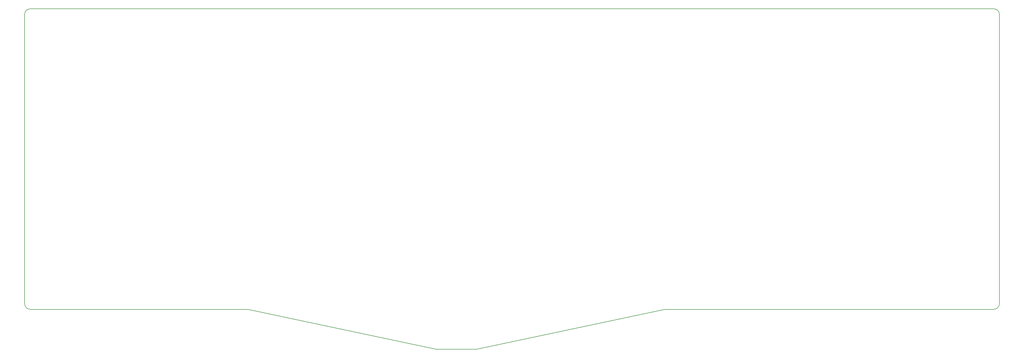
<source format=gbr>
%TF.GenerationSoftware,KiCad,Pcbnew,6.0.2+dfsg-1*%
%TF.CreationDate,2022-10-18T15:45:45-04:00*%
%TF.ProjectId,main-keyboard-pcb,6d61696e-2d6b-4657-9962-6f6172642d70,1.0*%
%TF.SameCoordinates,Original*%
%TF.FileFunction,Profile,NP*%
%FSLAX46Y46*%
G04 Gerber Fmt 4.6, Leading zero omitted, Abs format (unit mm)*
G04 Created by KiCad (PCBNEW 6.0.2+dfsg-1) date 2022-10-18 15:45:45*
%MOMM*%
%LPD*%
G01*
G04 APERTURE LIST*
%TA.AperFunction,Profile*%
%ADD10C,0.150000*%
%TD*%
G04 APERTURE END LIST*
D10*
X379036599Y-186081136D02*
G75*
G03*
X381036599Y-184081136I1J1999999D01*
G01*
X43949150Y-81306142D02*
X379036599Y-81306142D01*
X199166650Y-199998865D02*
X264646650Y-186081136D01*
X185136650Y-199998865D02*
X199166650Y-199998865D01*
X119663350Y-186081136D02*
X185136650Y-199998865D01*
X43949150Y-186081136D02*
X119663350Y-186081136D01*
X43949150Y-81306142D02*
G75*
G03*
X41949150Y-83306142I-1J-1999999D01*
G01*
X264646650Y-186081136D02*
X379036599Y-186081136D01*
X41949150Y-184081136D02*
G75*
G03*
X43949150Y-186081136I1999999J-1D01*
G01*
X381036599Y-83306142D02*
G75*
G03*
X379036599Y-81306142I-1999999J1D01*
G01*
X381036599Y-83306142D02*
X381036599Y-184081136D01*
X41949150Y-83306142D02*
X41949150Y-184081136D01*
M02*

</source>
